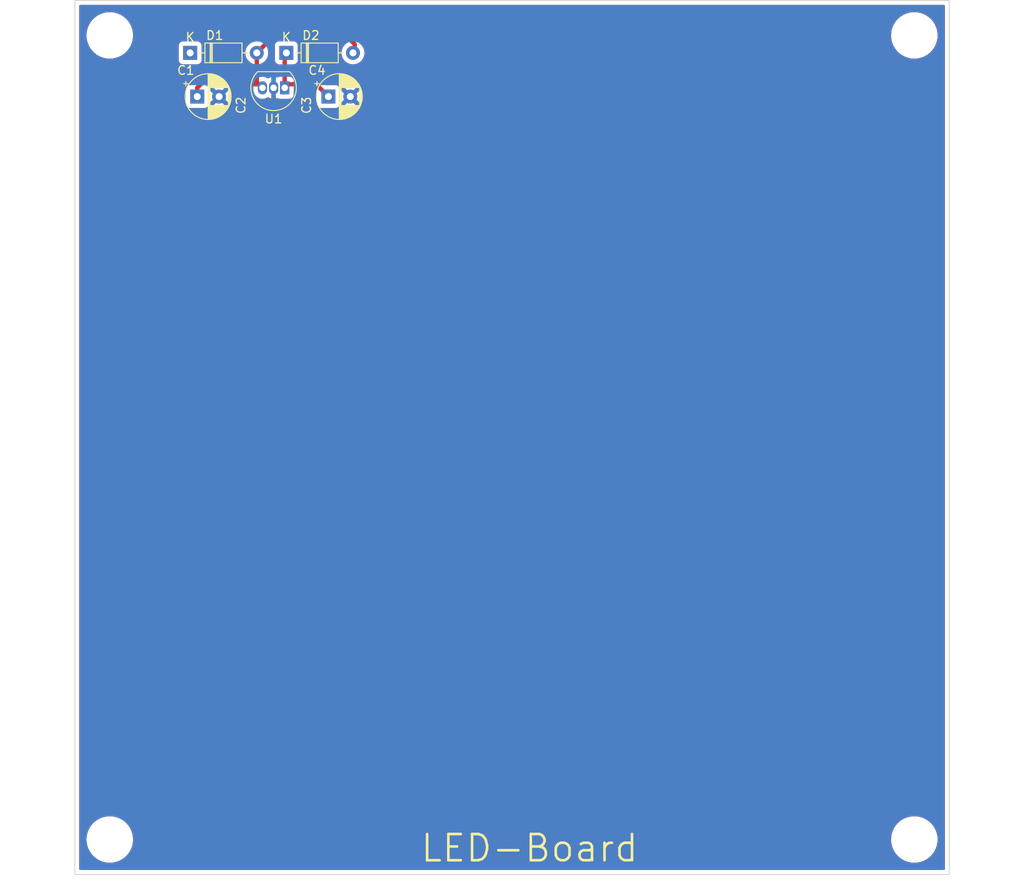
<source format=kicad_pcb>
(kicad_pcb (version 20211014) (generator pcbnew)
  (title_block (title "LED-Board") (date "2022-06-27") (rev "1.1"))
  (layers (0 "F.Cu" signal) (31 "B.Cu" signal) (34 "B.Paste" user) (35 "F.Paste" user) (36 "B.SilkS" user "B.Silkscreen") (37 "F.SilkS" user "F.Silkscreen") (38 "B.Mask" user) (39 "F.Mask" user) (44 "Edge.Cuts" user))
  (net 0 "")
  (net 1 "Net-(C1-Pad1)")
  (net 2 "GND")
  (net 3 "Net-(C3-Pad1)")
  (net 4 "+12V")
  (footprint "Package_TO_SOT_THT:TO-92_Inline" (layer "F.Cu") (at 44 30 180)
    (fp_text reference "U1" (at 1.27 -3.56) (layer "F.SilkS"))
    (fp_text value "L78L05_TO92")
    (fp_line (start -0.53 1.85) (end 3.07 1.85) (layer "F.SilkS") (width 0.12))
    (fp_arc (start 1.27 -2.6) (mid 3.672087 -0.994977) (end 3.108478 1.838478) (layer "F.SilkS") (width 0.12))
    (fp_arc (start -0.568478 1.838478) (mid -1.132087 -0.994977) (end 1.27 -2.6) (layer "F.SilkS") (width 0.12))
    (pad "1" thru_hole rect (at 0 0 180) (size 1.05 1.5) (drill 0.75) (layers *.Cu *.Mask) (net 3 "Net-(C3-Pad1)"))
    (pad "2" thru_hole oval (at 1.27 0 180) (size 1.05 1.5) (drill 0.75) (layers *.Cu *.Mask) (net 2 "GND"))
    (pad "3" thru_hole oval (at 2.54 0 180) (size 1.05 1.5) (drill 0.75) (layers *.Cu *.Mask) (net 1 "Net-(C1-Pad1)"))
  )
  (footprint "Capacitor_THT:CP_Radial_D5.0mm_P2.50mm" (layer "F.Cu") (at 34 31)
    (fp_text reference "C1" (at -1.304775 -3) (layer "F.SilkS"))
    (fp_text value "C")
    (fp_line (start 1.73 -2.536) (end 1.73 -1.04) (layer "F.SilkS") (width 0.12))
    (fp_line (start 1.61 -2.556) (end 1.61 -1.04) (layer "F.SilkS") (width 0.12))
    (fp_line (start 3.531 1.04) (end 3.531 1.251) (layer "F.SilkS") (width 0.12))
    (fp_line (start 2.051 -2.455) (end 2.051 -1.04) (layer "F.SilkS") (width 0.12))
    (fp_line (start 2.571 -2.224) (end 2.571 -1.04) (layer "F.SilkS") (width 0.12))
    (fp_line (start 2.171 1.04) (end 2.171 2.414) (layer "F.SilkS") (width 0.12))
    (fp_line (start 2.251 -2.382) (end 2.251 -1.04) (layer "F.SilkS") (width 0.12))
    (fp_line (start -1.304775 -1.725) (end -1.304775 -1.225) (layer "F.SilkS") (width 0.12))
    (fp_line (start 1.33 -2.579) (end 1.33 2.579) (layer "F.SilkS") (width 0.12))
    (fp_line (start 3.411 -1.443) (end 3.411 -1.04) (layer "F.SilkS") (width 0.12))
    (fp_line (start 1.69 -2.543) (end 1.69 -1.04) (layer "F.SilkS") (width 0.12))
    (fp_line (start 3.251 1.04) (end 3.251 1.653) (layer "F.SilkS") (width 0.12))
    (fp_line (start 1.81 1.04) (end 1.81 2.52) (layer "F.SilkS") (width 0.12))
    (fp_line (start 3.731 -0.805) (end 3.731 0.805) (layer "F.SilkS") (width 0.12))
    (fp_line (start 2.971 -1.937) (end 2.971 -1.04) (layer "F.SilkS") (width 0.12))
    (fp_line (start 2.771 -2.095) (end 2.771 -1.04) (layer "F.SilkS") (width 0.12))
    (fp_line (start 3.451 -1.383) (end 3.451 -1.04) (layer "F.SilkS") (width 0.12))
    (fp_line (start 3.091 1.04) (end 3.091 1.826) (layer "F.SilkS") (width 0.12))
    (fp_line (start 1.89 -2.501) (end 1.89 -1.04) (layer "F.SilkS") (width 0.12))
    (fp_line (start 3.331 1.04) (end 3.331 1.554) (layer "F.SilkS") (width 0.12))
    (fp_line (start 2.451 -2.29) (end 2.451 -1.04) (layer "F.SilkS") (width 0.12))
    (fp_line (start 3.771 -0.677) (end 3.771 0.677) (layer "F.SilkS") (width 0.12))
    (fp_line (start 1.73 1.04) (end 1.73 2.536) (layer "F.SilkS") (width 0.12))
    (fp_line (start 3.251 -1.653) (end 3.251 -1.04) (layer "F.SilkS") (width 0.12))
    (fp_line (start 1.85 1.04) (end 1.85 2.511) (layer "F.SilkS") (width 0.12))
    (fp_line (start 2.211 1.04) (end 2.211 2.398) (layer "F.SilkS") (width 0.12))
    (fp_line (start 3.491 -1.319) (end 3.491 -1.04) (layer "F.SilkS") (width 0.12))
    (fp_line (start 3.131 -1.785) (end 3.131 -1.04) (layer "F.SilkS") (width 0.12))
    (fp_line (start 2.811 1.04) (end 2.811 2.065) (layer "F.SilkS") (width 0.12))
    (fp_line (start 1.49 1.04) (end 1.49 2.569) (layer "F.SilkS") (width 0.12))
    (fp_line (start 1.971 -2.48) (end 1.971 -1.04) (layer "F.SilkS") (width 0.12))
    (fp_line (start 3.451 1.04) (end 3.451 1.383) (layer "F.SilkS") (width 0.12))
    (fp_line (start 3.611 -1.098) (end 3.611 1.098) (layer "F.SilkS") (width 0.12))
    (fp_line (start 3.371 -1.5) (end 3.371 -1.04) (layer "F.SilkS") (width 0.12))
    (fp_line (start 3.571 -1.178) (end 3.571 1.178) (layer "F.SilkS") (width 0.12))
    (fp_line (start 1.971 1.04) (end 1.971 2.48) (layer "F.SilkS") (width 0.12))
    (fp_line (start 1.77 1.04) (end 1.77 2.528) (layer "F.SilkS") (width 0.12))
    (fp_line (start 1.25 -2.58) (end 1.25 2.58) (layer "F.SilkS") (width 0.12))
    (fp_line (start 2.131 -2.428) (end 2.131 -1.04) (layer "F.SilkS") (width 0.12))
    (fp_line (start 1.93 1.04) (end 1.93 2.491) (layer "F.SilkS") (width 0.12))
    (fp_line (start 2.691 -2.149) (end 2.691 -1.04) (layer "F.SilkS") (width 0.12))
    (fp_line (start 1.81 -2.52) (end 1.81 -1.04) (layer "F.SilkS") (width 0.12))
    (fp_line (start 2.251 1.04) (end 2.251 2.382) (layer "F.SilkS") (width 0.12))
    (fp_line (start 2.611 -2.2) (end 2.611 -1.04) (layer "F.SilkS") (width 0.12))
    (fp_line (start 3.131 1.04) (end 3.131 1.785) (layer "F.SilkS") (width 0.12))
    (fp_line (start 2.931 1.04) (end 2.931 1.971) (layer "F.SilkS") (width 0.12))
    (fp_line (start 2.811 -2.065) (end 2.811 -1.04) (layer "F.SilkS") (width 0.12))
    (fp_line (start 1.57 1.04) (end 1.57 2.561) (layer "F.SilkS") (width 0.12))
    (fp_line (start 2.171 -2.414) (end 2.171 -1.04) (layer "F.SilkS") (width 0.12))
    (fp_line (start 2.491 -2.268) (end 2.491 -1.04) (layer "F.SilkS") (width 0.12))
    (fp_line (start 1.49 -2.569) (end 1.49 -1.04) (layer "F.SilkS") (width 0.12))
    (fp_line (start 2.411 1.04) (end 2.411 2.31) (layer "F.SilkS") (width 0.12))
    (fp_line (start 3.811 -0.518) (end 3.811 0.518) (layer "F.SilkS") (width 0.12))
    (fp_line (start 2.731 1.04) (end 2.731 2.122) (layer "F.SilkS") (width 0.12))
    (fp_line (start 3.851 -0.284) (end 3.851 0.284) (layer "F.SilkS") (width 0.12))
    (fp_line (start 3.171 1.04) (end 3.171 1.743) (layer "F.SilkS") (width 0.12))
    (fp_line (start 2.091 1.04) (end 2.091 2.442) (layer "F.SilkS") (width 0.12))
    (fp_line (start 1.37 -2.578) (end 1.37 2.578) (layer "F.SilkS") (width 0.12))
    (fp_line (start -1.554775 -1.475) (end -1.054775 -1.475) (layer "F.SilkS") (width 0.12))
    (fp_line (start 1.29 -2.58) (end 1.29 2.58) (layer "F.SilkS") (width 0.12))
    (fp_line (start 1.69 1.04) (end 1.69 2.543) (layer "F.SilkS") (width 0.12))
    (fp_line (start 3.291 1.04) (end 3.291 1.605) (layer "F.SilkS") (width 0.12))
    (fp_line (start 1.65 -2.55) (end 1.65 -1.04) (layer "F.SilkS") (width 0.12))
    (fp_line (start 3.051 1.04) (end 3.051 1.864) (layer "F.SilkS") (width 0.12))
    (fp_line (start 3.291 -1.605) (end 3.291 -1.04) (layer "F.SilkS") (width 0.12))
    (fp_line (start 2.291 1.04) (end 2.291 2.365) (layer "F.SilkS") (width 0.12))
    (fp_line (start 2.731 -2.122) (end 2.731 -1.04) (layer "F.SilkS") (width 0.12))
    (fp_line (start 2.371 -2.329) (end 2.371 -1.04) (layer "F.SilkS") (width 0.12))
    (fp_line (start 2.371 1.04) (end 2.371 2.329) (layer "F.SilkS") (width 0.12))
    (fp_line (start 3.211 1.04) (end 3.211 1.699) (layer "F.SilkS") (width 0.12))
    (fp_line (start 3.011 1.04) (end 3.011 1.901) (layer "F.SilkS") (width 0.12))
    (fp_line (start 1.85 -2.511) (end 1.85 -1.04) (layer "F.SilkS") (width 0.12))
    (fp_line (start 2.891 1.04) (end 2.891 2.004) (layer "F.SilkS") (width 0.12))
    (fp_line (start 1.41 -2.576) (end 1.41 2.576) (layer "F.SilkS") (width 0.12))
    (fp_line (start 2.291 -2.365) (end 2.291 -1.04) (layer "F.SilkS") (width 0.12))
    (fp_line (start 2.971 1.04) (end 2.971 1.937) (layer "F.SilkS") (width 0.12))
    (fp_line (start 1.53 1.04) (end 1.53 2.565) (layer "F.SilkS") (width 0.12))
    (fp_line (start 3.051 -1.864) (end 3.051 -1.04) (layer "F.SilkS") (width 0.12))
    (fp_line (start 3.331 -1.554) (end 3.331 -1.04) (layer "F.SilkS") (width 0.12))
    (fp_line (start 2.931 -1.971) (end 2.931 -1.04) (layer "F.SilkS") (width 0.12))
    (fp_line (start 2.851 1.04) (end 2.851 2.035) (layer "F.SilkS") (width 0.12))
    (fp_line (start 2.531 -2.247) (end 2.531 -1.04) (layer "F.SilkS") (width 0.12))
    (fp_line (start 2.051 1.04) (end 2.051 2.455) (layer "F.SilkS") (width 0.12))
    (fp_line (start 1.65 1.04) (end 1.65 2.55) (layer "F.SilkS") (width 0.12))
    (fp_line (start 2.011 -2.468) (end 2.011 -1.04) (layer "F.SilkS") (width 0.12))
    (fp_line (start 2.611 1.04) (end 2.611 2.2) (layer "F.SilkS") (width 0.12))
    (fp_line (start 2.091 -2.442) (end 2.091 -1.04) (layer "F.SilkS") (width 0.12))
    (fp_line (start 3.371 1.04) (end 3.371 1.5) (layer "F.SilkS") (width 0.12))
    (fp_line (start 2.491 1.04) (end 2.491 2.268) (layer "F.SilkS") (width 0.12))
    (fp_line (start 2.651 -2.175) (end 2.651 -1.04) (layer "F.SilkS") (width 0.12))
    (fp_line (start 2.331 -2.348) (end 2.331 -1.04) (layer "F.SilkS") (width 0.12))
    (fp_line (start 3.011 -1.901) (end 3.011 -1.04) (layer "F.SilkS") (width 0.12))
    (fp_line (start 2.331 1.04) (end 2.331 2.348) (layer "F.SilkS") (width 0.12))
    (fp_line (start 2.451 1.04) (end 2.451 2.29) (layer "F.SilkS") (width 0.12))
    (fp_line (start 3.171 -1.743) (end 3.171 -1.04) (layer "F.SilkS") (width 0.12))
    (fp_line (start 1.57 -2.561) (end 1.57 -1.04) (layer "F.SilkS") (width 0.12))
    (fp_line (start 3.651 -1.011) (end 3.651 1.011) (layer "F.SilkS") (width 0.12))
    (fp_line (start 3.531 -1.251) (end 3.531 -1.04) (layer "F.SilkS") (width 0.12))
    (fp_line (start 3.491 1.04) (end 3.491 1.319) (layer "F.SilkS") (width 0.12))
    (fp_line (start 2.651 1.04) (end 2.651 2.175) (layer "F.SilkS") (width 0.12))
    (fp_line (start 2.851 -2.035) (end 2.851 -1.04) (layer "F.SilkS") (width 0.12))
    (fp_line (start 3.091 -1.826) (end 3.091 -1.04) (layer "F.SilkS") (width 0.12))
    (fp_line (start 2.691 1.04) (end 2.691 2.149) (layer "F.SilkS") (width 0.12))
    (fp_line (start 1.93 -2.491) (end 1.93 -1.04) (layer "F.SilkS") (width 0.12))
    (fp_line (start 1.61 1.04) (end 1.61 2.556) (layer "F.SilkS") (width 0.12))
    (fp_line (start 1.45 -2.573) (end 1.45 2.573) (layer "F.SilkS") (width 0.12))
    (fp_line (start 1.89 1.04) (end 1.89 2.501) (layer "F.SilkS") (width 0.12))
    (fp_line (start 2.531 1.04) (end 2.531 2.247) (layer "F.SilkS") (width 0.12))
    (fp_line (start 2.211 -2.398) (end 2.211 -1.04) (layer "F.SilkS") (width 0.12))
    (fp_line (start 1.77 -2.528) (end 1.77 -1.04) (layer "F.SilkS") (width 0.12))
    (fp_line (start 3.411 1.04) (end 3.411 1.443) (layer "F.SilkS") (width 0.12))
    (fp_line (start 2.131 1.04) (end 2.131 2.428) (layer "F.SilkS") (width 0.12))
    (fp_line (start 2.011 1.04) (end 2.011 2.468) (layer "F.SilkS") (width 0.12))
    (fp_line (start 2.771 1.04) (end 2.771 2.095) (layer "F.SilkS") (width 0.12))
    (fp_line (start 2.411 -2.31) (end 2.411 -1.04) (layer "F.SilkS") (width 0.12))
    (fp_line (start 2.891 -2.004) (end 2.891 -1.04) (layer "F.SilkS") (width 0.12))
    (fp_line (start 3.691 -0.915) (end 3.691 0.915) (layer "F.SilkS") (width 0.12))
    (fp_line (start 2.571 1.04) (end 2.571 2.224) (layer "F.SilkS") (width 0.12))
    (fp_line (start 3.211 -1.699) (end 3.211 -1.04) (layer "F.SilkS") (width 0.12))
    (fp_line (start 1.53 -2.565) (end 1.53 -1.04) (layer "F.SilkS") (width 0.12))
    (fp_circle (center 1.25 0) (end 3.87 0) (layer "F.SilkS") (width 0.12) (fill none))
    (pad "1" thru_hole rect (at 0 0) (size 1.6 1.6) (drill 0.8) (layers *.Cu *.Mask) (net 1 "Net-(C1-Pad1)"))
    (pad "2" thru_hole circle (at 2.5 0) (size 1.6 1.6) (drill 0.8) (layers *.Cu *.Mask) (net 2 "GND"))
  )
  (footprint "Capacitor_THT:CP_Radial_D5.0mm_P2.50mm" (layer "F.Cu") (at 49 31)
    (fp_text reference "C4" (at -1.304775 -3) (layer "F.SilkS"))
    (fp_text value "C")
    (fp_line (start 1.85 1.04) (end 1.85 2.511) (layer "F.SilkS") (width 0.12))
    (fp_line (start 2.371 1.04) (end 2.371 2.329) (layer "F.SilkS") (width 0.12))
    (fp_line (start 2.811 -2.065) (end 2.811 -1.04) (layer "F.SilkS") (width 0.12))
    (fp_line (start 1.971 1.04) (end 1.971 2.48) (layer "F.SilkS") (width 0.12))
    (fp_line (start 2.371 -2.329) (end 2.371 -1.04) (layer "F.SilkS") (width 0.12))
    (fp_line (start 2.531 1.04) (end 2.531 2.247) (layer "F.SilkS") (width 0.12))
    (fp_line (start 1.69 -2.543) (end 1.69 -1.04) (layer "F.SilkS") (width 0.12))
    (fp_line (start 2.611 1.04) (end 2.611 2.2) (layer "F.SilkS") (width 0.12))
    (fp_line (start 3.371 -1.5) (end 3.371 -1.04) (layer "F.SilkS") (width 0.12))
    (fp_line (start 3.171 1.04) (end 3.171 1.743) (layer "F.SilkS") (width 0.12))
    (fp_line (start 1.45 -2.573) (end 1.45 2.573) (layer "F.SilkS") (width 0.12))
    (fp_line (start 2.491 1.04) (end 2.491 2.268) (layer "F.SilkS") (width 0.12))
    (fp_line (start 2.851 1.04) (end 2.851 2.035) (layer "F.SilkS") (width 0.12))
    (fp_line (start 2.171 1.04) (end 2.171 2.414) (layer "F.SilkS") (width 0.12))
    (fp_line (start 2.931 -1.971) (end 2.931 -1.04) (layer "F.SilkS") (width 0.12))
    (fp_line (start 2.171 -2.414) (end 2.171 -1.04) (layer "F.SilkS") (width 0.12))
    (fp_line (start 1.81 1.04) (end 1.81 2.52) (layer "F.SilkS") (width 0.12))
    (fp_line (start 3.291 1.04) (end 3.291 1.605) (layer "F.SilkS") (width 0.12))
    (fp_line (start 1.85 -2.511) (end 1.85 -1.04) (layer "F.SilkS") (width 0.12))
    (fp_line (start 3.211 1.04) (end 3.211 1.699) (layer "F.SilkS") (width 0.12))
    (fp_line (start 1.53 1.04) (end 1.53 2.565) (layer "F.SilkS") (width 0.12))
    (fp_line (start 2.051 -2.455) (end 2.051 -1.04) (layer "F.SilkS") (width 0.12))
    (fp_line (start 2.691 -2.149) (end 2.691 -1.04) (layer "F.SilkS") (width 0.12))
    (fp_line (start 2.051 1.04) (end 2.051 2.455) (layer "F.SilkS") (width 0.12))
    (fp_line (start 1.89 1.04) (end 1.89 2.501) (layer "F.SilkS") (width 0.12))
    (fp_line (start 3.331 -1.554) (end 3.331 -1.04) (layer "F.SilkS") (width 0.12))
    (fp_line (start 2.251 -2.382) (end 2.251 -1.04) (layer "F.SilkS") (width 0.12))
    (fp_line (start 2.971 1.04) (end 2.971 1.937) (layer "F.SilkS") (width 0.12))
    (fp_line (start 1.73 1.04) (end 1.73 2.536) (layer "F.SilkS") (width 0.12))
    (fp_line (start 3.251 -1.653) (end 3.251 -1.04) (layer "F.SilkS") (width 0.12))
    (fp_line (start 3.531 1.04) (end 3.531 1.251) (layer "F.SilkS") (width 0.12))
    (fp_line (start 1.89 -2.501) (end 1.89 -1.04) (layer "F.SilkS") (width 0.12))
    (fp_line (start 2.211 1.04) (end 2.211 2.398) (layer "F.SilkS") (width 0.12))
    (fp_line (start 1.93 1.04) (end 1.93 2.491) (layer "F.SilkS") (width 0.12))
    (fp_line (start 3.291 -1.605) (end 3.291 -1.04) (layer "F.SilkS") (width 0.12))
    (fp_line (start 1.61 1.04) (end 1.61 2.556) (layer "F.SilkS") (width 0.12))
    (fp_line (start 2.651 1.04) (end 2.651 2.175) (layer "F.SilkS") (width 0.12))
    (fp_line (start 1.73 -2.536) (end 1.73 -1.04) (layer "F.SilkS") (width 0.12))
    (fp_line (start 2.331 -2.348) (end 2.331 -1.04) (layer "F.SilkS") (width 0.12))
    (fp_line (start 2.411 1.04) (end 2.411 2.31) (layer "F.SilkS") (width 0.12))
    (fp_line (start 3.211 -1.699) (end 3.211 -1.04) (layer "F.SilkS") (width 0.12))
    (fp_line (start 1.29 -2.58) (end 1.29 2.58) (layer "F.SilkS") (width 0.12))
    (fp_line (start 2.451 1.04) (end 2.451 2.29) (layer "F.SilkS") (width 0.12))
    (fp_line (start 2.491 -2.268) (end 2.491 -1.04) (layer "F.SilkS") (width 0.12))
    (fp_line (start 3.091 1.04) (end 3.091 1.826) (layer "F.SilkS") (width 0.12))
    (fp_line (start 1.93 -2.491) (end 1.93 -1.04) (layer "F.SilkS") (width 0.12))
    (fp_line (start 2.731 -2.122) (end 2.731 -1.04) (layer "F.SilkS") (width 0.12))
    (fp_line (start 1.49 1.04) (end 1.49 2.569) (layer "F.SilkS") (width 0.12))
    (fp_line (start 1.69 1.04) (end 1.69 2.543) (layer "F.SilkS") (width 0.12))
    (fp_line (start 3.051 1.04) (end 3.051 1.864) (layer "F.SilkS") (width 0.12))
    (fp_line (start 2.451 -2.29) (end 2.451 -1.04) (layer "F.SilkS") (width 0.12))
    (fp_line (start 3.771 -0.677) (end 3.771 0.677) (layer "F.SilkS") (width 0.12))
    (fp_line (start 2.691 1.04) (end 2.691 2.149) (layer "F.SilkS") (width 0.12))
    (fp_line (start 2.571 -2.224) (end 2.571 -1.04) (layer "F.SilkS") (width 0.12))
    (fp_line (start 2.611 -2.2) (end 2.611 -1.04) (layer "F.SilkS") (width 0.12))
    (fp_line (start 2.531 -2.247) (end 2.531 -1.04) (layer "F.SilkS") (width 0.12))
    (fp_line (start 3.731 -0.805) (end 3.731 0.805) (layer "F.SilkS") (width 0.12))
    (fp_line (start 3.531 -1.251) (end 3.531 -1.04) (layer "F.SilkS") (width 0.12))
    (fp_line (start 3.851 -0.284) (end 3.851 0.284) (layer "F.SilkS") (width 0.12))
    (fp_line (start 3.171 -1.743) (end 3.171 -1.04) (layer "F.SilkS") (width 0.12))
    (fp_line (start 3.451 1.04) (end 3.451 1.383) (layer "F.SilkS") (width 0.12))
    (fp_line (start 3.411 1.04) (end 3.411 1.443) (layer "F.SilkS") (width 0.12))
    (fp_line (start 1.81 -2.52) (end 1.81 -1.04) (layer "F.SilkS") (width 0.12))
    (fp_line (start 2.091 -2.442) (end 2.091 -1.04) (layer "F.SilkS") (width 0.12))
    (fp_line (start -1.304775 -1.725) (end -1.304775 -1.225) (layer "F.SilkS") (width 0.12))
    (fp_line (start 3.131 1.04) (end 3.131 1.785) (layer "F.SilkS") (width 0.12))
    (fp_line (start 1.77 1.04) (end 1.77 2.528) (layer "F.SilkS") (width 0.12))
    (fp_line (start 2.091 1.04) (end 2.091 2.442) (layer "F.SilkS") (width 0.12))
    (fp_line (start 1.971 -2.48) (end 1.971 -1.04) (layer "F.SilkS") (width 0.12))
    (fp_line (start 3.651 -1.011) (end 3.651 1.011) (layer "F.SilkS") (width 0.12))
    (fp_line (start 3.011 1.04) (end 3.011 1.901) (layer "F.SilkS") (width 0.12))
    (fp_line (start 1.77 -2.528) (end 1.77 -1.04) (layer "F.SilkS") (width 0.12))
    (fp_line (start 2.011 1.04) (end 2.011 2.468) (layer "F.SilkS") (width 0.12))
    (fp_line (start 3.611 -1.098) (end 3.611 1.098) (layer "F.SilkS") (width 0.12))
    (fp_line (start 2.011 -2.468) (end 2.011 -1.04) (layer "F.SilkS") (width 0.12))
    (fp_line (start 3.491 1.04) (end 3.491 1.319) (layer "F.SilkS") (width 0.12))
    (fp_line (start 1.57 -2.561) (end 1.57 -1.04) (layer "F.SilkS") (width 0.12))
    (fp_line (start 3.011 -1.901) (end 3.011 -1.04) (layer "F.SilkS") (width 0.12))
    (fp_line (start 1.33 -2.579) (end 1.33 2.579) (layer "F.SilkS") (width 0.12))
    (fp_line (start 1.25 -2.58) (end 1.25 2.58) (layer "F.SilkS") (width 0.12))
    (fp_line (start 2.771 -2.095) (end 2.771 -1.04) (layer "F.SilkS") (width 0.12))
    (fp_line (start 1.61 -2.556) (end 1.61 -1.04) (layer "F.SilkS") (width 0.12))
    (fp_line (start 3.131 -1.785) (end 3.131 -1.04) (layer "F.SilkS") (width 0.12))
    (fp_line (start 3.811 -0.518) (end 3.811 0.518) (layer "F.SilkS") (width 0.12))
    (fp_line (start 3.451 -1.383) (end 3.451 -1.04) (layer "F.SilkS") (width 0.12))
    (fp_line (start 1.65 1.04) (end 1.65 2.55) (layer "F.SilkS") (width 0.12))
    (fp_line (start 1.57 1.04) (end 1.57 2.561) (layer "F.SilkS") (width 0.12))
    (fp_line (start 3.051 -1.864) (end 3.051 -1.04) (layer "F.SilkS") (width 0.12))
    (fp_line (start 2.571 1.04) (end 2.571 2.224) (layer "F.SilkS") (width 0.12))
    (fp_line (start 2.411 -2.31) (end 2.411 -1.04) (layer "F.SilkS") (width 0.12))
    (fp_line (start 3.411 -1.443) (end 3.411 -1.04) (layer "F.SilkS") (width 0.12))
    (fp_line (start 1.49 -2.569) (end 1.49 -1.04) (layer "F.SilkS") (width 0.12))
    (fp_line (start 2.891 1.04) (end 2.891 2.004) (layer "F.SilkS") (width 0.12))
    (fp_line (start 2.651 -2.175) (end 2.651 -1.04) (layer "F.SilkS") (width 0.12))
    (fp_line (start 2.851 -2.035) (end 2.851 -1.04) (layer "F.SilkS") (width 0.12))
    (fp_line (start 3.331 1.04) (end 3.331 1.554) (layer "F.SilkS") (width 0.12))
    (fp_line (start 3.571 -1.178) (end 3.571 1.178) (layer "F.SilkS") (width 0.12))
    (fp_line (start 2.291 -2.365) (end 2.291 -1.04) (layer "F.SilkS") (width 0.12))
    (fp_line (start 3.091 -1.826) (end 3.091 -1.04) (layer "F.SilkS") (width 0.12))
    (fp_line (start 2.211 -2.398) (end 2.211 -1.04) (layer "F.SilkS") (width 0.12))
    (fp_line (start 2.811 1.04) (end 2.811 2.065) (layer "F.SilkS") (width 0.12))
    (fp_line (start 3.371 1.04) (end 3.371 1.5) (layer "F.SilkS") (width 0.12))
    (fp_line (start 2.131 1.04) (end 2.131 2.428) (layer "F.SilkS") (width 0.12))
    (fp_line (start 1.41 -2.576) (end 1.41 2.576) (layer "F.SilkS") (width 0.12))
    (fp_line (start 1.65 -2.55) (end 1.65 -1.04) (layer "F.SilkS") (width 0.12))
    (fp_line (start -1.554775 -1.475) (end -1.054775 -1.475) (layer "F.SilkS") (width 0.12))
    (fp_line (start 2.291 1.04) (end 2.291 2.365) (layer "F.SilkS") (width 0.12))
    (fp_line (start 2.891 -2.004) (end 2.891 -1.04) (layer "F.SilkS") (width 0.12))
    (fp_line (start 2.331 1.04) (end 2.331 2.348) (layer "F.SilkS") (width 0.12))
    (fp_line (start 2.771 1.04) (end 2.771 2.095) (layer "F.SilkS") (width 0.12))
    (fp_line (start 2.971 -1.937) (end 2.971 -1.04) (layer "F.SilkS") (width 0.12))
    (fp_line (start 2.931 1.04) (end 2.931 1.971) (layer "F.SilkS") (width 0.12))
    (fp_line (start 1.37 -2.578) (end 1.37 2.578) (layer "F.SilkS") (width 0.12))
    (fp_line (start 2.251 1.04) (end 2.251 2.382) (layer "F.SilkS") (width 0.12))
    (fp_line (start 1.53 -2.565) (end 1.53 -1.04) (layer "F.SilkS") (width 0.12))
    (fp_line (start 3.491 -1.319) (end 3.491 -1.04) (layer "F.SilkS") (width 0.12))
    (fp_line (start 3.251 1.04) (end 3.251 1.653) (layer "F.SilkS") (width 0.12))
    (fp_line (start 3.691 -0.915) (end 3.691 0.915) (layer "F.SilkS") (width 0.12))
    (fp_line (start 2.131 -2.428) (end 2.131 -1.04) (layer "F.SilkS") (width 0.12))
    (fp_line (start 2.731 1.04) (end 2.731 2.122) (layer "F.SilkS") (width 0.12))
    (fp_circle (center 1.25 0) (end 3.87 0) (layer "F.SilkS") (width 0.12) (fill none))
    (pad "1" thru_hole rect (at 0 0) (size 1.6 1.6) (drill 0.8) (layers *.Cu *.Mask) (net 3 "Net-(C3-Pad1)"))
    (pad "2" thru_hole circle (at 2.5 0) (size 1.6 1.6) (drill 0.8) (layers *.Cu *.Mask) (net 2 "GND"))
  )
  (footprint "Capacitor_SMD:C_0201_0603Metric_Pad0.64x0.40mm_HandSolder" (layer "F.Cu") (at 46.5 30 -90)
    (fp_text reference "C3" (at 2 0 90) (layer "F.SilkS"))
    (fp_text value "C_Small")
    (pad "1" smd roundrect (at -0.4075 0 270) (size 0.635 0.4) (layers "F.Cu" "F.Mask") (net 3 "Net-(C3-Pad1)"))
    (pad "2" smd roundrect (at 0.4075 0 270) (size 0.635 0.4) (layers "F.Cu" "F.Mask") (net 2 "GND"))
  )
  (footprint "MountingHole:MountingHole_4.3mm_M4_DIN965" (layer "F.Cu") (at 24 116)
    (fp_text reference "REF**" (at 0 0) (layer "F.SilkS"))
    (fp_text value "MountingHole_4.3mm_M4_DIN965")
    (pad "" np_thru_hole circle (at 0 0) (size 4.3 4.3) (drill 4.3) (layers *.Cu *.Mask))
  )
  (footprint "MountingHole:MountingHole_4.3mm_M4_DIN965" (layer "F.Cu") (at 116 24)
    (fp_text reference "REF**" (at 0 0) (layer "F.SilkS"))
    (fp_text value "MountingHole_4.3mm_M4_DIN965")
    (pad "" np_thru_hole circle (at 0 0) (size 4.3 4.3) (drill 4.3) (layers *.Cu *.Mask))
  )
  (footprint "Capacitor_SMD:C_0201_0603Metric_Pad0.64x0.40mm_HandSolder" (layer "F.Cu") (at 39 30 -90)
    (fp_text reference "C2" (at 2 0 90) (layer "F.SilkS"))
    (fp_text value "C_Small")
    (pad "1" smd roundrect (at -0.4075 0 270) (size 0.635 0.4) (layers "F.Cu" "F.Mask") (net 1 "Net-(C1-Pad1)"))
    (pad "2" smd roundrect (at 0.4075 0 270) (size 0.635 0.4) (layers "F.Cu" "F.Mask") (net 2 "GND"))
  )
  (footprint "Diode_THT:D_DO-35_SOD27_P7.62mm_Horizontal" (layer "F.Cu") (at 44.19 26)
    (fp_text reference "D2" (at 2.81 -2) (layer "F.SilkS"))
    (fp_text value "DIODE")
    (fp_text user "K" (at 0 -1.8) (layer "F.SilkS"))
    (fp_line (start 1.04 0) (end 1.69 0) (layer "F.SilkS") (width 0.12))
    (fp_line (start 2.53 -1.12) (end 2.53 1.12) (layer "F.SilkS") (width 0.12))
    (fp_line (start 1.69 -1.12) (end 1.69 1.12) (layer "F.SilkS") (width 0.12))
    (fp_line (start 2.29 -1.12) (end 2.29 1.12) (layer "F.SilkS") (width 0.12))
    (fp_line (start 5.93 1.12) (end 5.93 -1.12) (layer "F.SilkS") (width 0.12))
    (fp_line (start 6.58 0) (end 5.93 0) (layer "F.SilkS") (width 0.12))
    (fp_line (start 1.69 1.12) (end 5.93 1.12) (layer "F.SilkS") (width 0.12))
    (fp_line (start 2.41 -1.12) (end 2.41 1.12) (layer "F.SilkS") (width 0.12))
    (fp_line (start 5.93 -1.12) (end 1.69 -1.12) (layer "F.SilkS") (width 0.12))
    (pad "1" thru_hole rect (at 0 0) (size 1.6 1.6) (drill 0.8) (layers *.Cu *.Mask) (net 3 "Net-(C3-Pad1)"))
    (pad "2" thru_hole oval (at 7.62 0) (size 1.6 1.6) (drill 0.8) (layers *.Cu *.Mask) (net 1 "Net-(C1-Pad1)"))
  )
  (footprint "MountingHole:MountingHole_4.3mm_M4_DIN965" (layer "F.Cu") (at 24 24)
    (fp_text reference "REF**" (at 0 0) (layer "F.SilkS"))
    (fp_text value "MountingHole_4.3mm_M4_DIN965")
    (pad "" np_thru_hole circle (at 0 0) (size 4.3 4.3) (drill 4.3) (layers *.Cu *.Mask))
  )
  (footprint "MountingHole:MountingHole_4.3mm_M4_DIN965" (layer "F.Cu") (at 116 116)
    (fp_text reference "REF**" (at 0 0) (layer "F.SilkS"))
    (fp_text value "MountingHole_4.3mm_M4_DIN965")
    (pad "" np_thru_hole circle (at 0 0) (size 4.3 4.3) (drill 4.3) (layers *.Cu *.Mask))
  )
  (footprint "Diode_THT:D_DO-35_SOD27_P7.62mm_Horizontal" (layer "F.Cu") (at 33.19 26)
    (fp_text reference "D1" (at 2.81 -2) (layer "F.SilkS"))
    (fp_text value "DIODE")
    (fp_text user "K" (at 0 -1.8) (layer "F.SilkS"))
    (fp_line (start 2.29 -1.12) (end 2.29 1.12) (layer "F.SilkS") (width 0.12))
    (fp_line (start 1.69 1.12) (end 5.93 1.12) (layer "F.SilkS") (width 0.12))
    (fp_line (start 5.93 -1.12) (end 1.69 -1.12) (layer "F.SilkS") (width 0.12))
    (fp_line (start 1.04 0) (end 1.69 0) (layer "F.SilkS") (width 0.12))
    (fp_line (start 1.69 -1.12) (end 1.69 1.12) (layer "F.SilkS") (width 0.12))
    (fp_line (start 6.58 0) (end 5.93 0) (layer "F.SilkS") (width 0.12))
    (fp_line (start 2.41 -1.12) (end 2.41 1.12) (layer "F.SilkS") (width 0.12))
    (fp_line (start 2.53 -1.12) (end 2.53 1.12) (layer "F.SilkS") (width 0.12))
    (fp_line (start 5.93 1.12) (end 5.93 -1.12) (layer "F.SilkS") (width 0.12))
    (pad "1" thru_hole rect (at 0 0) (size 1.6 1.6) (drill 0.8) (layers *.Cu *.Mask) (net 4 "+12V"))
    (pad "2" thru_hole oval (at 7.62 0) (size 1.6 1.6) (drill 0.8) (layers *.Cu *.Mask) (net 1 "Net-(C1-Pad1)"))
  )
  (gr_line (start 120 20) (end 120 120) (layer "Edge.Cuts") (width 0.1))
  (gr_line (start 20 120) (end 20 20) (layer "Edge.Cuts") (width 0.1))
  (gr_line (start 120 120) (end 20 120) (layer "Edge.Cuts") (width 0.1))
  (gr_line (start 20 20) (end 120 20) (layer "Edge.Cuts") (width 0.1))
  (gr_text "LED-Board" (at 72 117) (layer "F.SilkS") (effects (font (size 3 3) (thickness 0.3))))
  (segment (start 42.81 24) (end 51 24) (width 0.5) (layer "F.Cu") (net 1))
  (segment (start 38.4075 29) (end 39 29.5925) (width 0.5) (layer "F.Cu") (net 1))
  (segment (start 51 24) (end 52 25) (width 0.5) (layer "F.Cu") (net 1))
  (segment (start 52 25.81) (end 51.81 26) (width 0.5) (layer "F.Cu") (net 1))
  (segment (start 40.81 26) (end 42.81 24) (width 0.5) (layer "F.Cu") (net 1))
  (segment (start 41.0525 29.5925) (end 41.46 30) (width 0.5) (layer "F.Cu") (net 1))
  (segment (start 34 31) (end 34 30) (width 0.5) (layer "F.Cu") (net 1))
  (segment (start 52 25) (end 52 25.81) (width 0.5) (layer "F.Cu") (net 1))
  (segment (start 40.81 26) (end 40.81 29.35) (width 0.5) (layer "F.Cu") (net 1))
  (segment (start 35 29) (end 38.4075 29) (width 0.5) (layer "F.Cu") (net 1))
  (segment (start 40.81 29.35) (end 41.46 30) (width 0.5) (layer "F.Cu") (net 1))
  (segment (start 34 30) (end 35 29) (width 0.5) (layer "F.Cu") (net 1))
  (segment (start 39 29.5925) (end 41.0525 29.5925) (width 0.5) (layer "F.Cu") (net 1))
  (segment (start 52 25.81) (end 51.81 26) (width 0.5) (layer "B.Cu") (net 1))
  (segment (start 44 30) (end 44.4075 29.5925) (width 0.5) (layer "F.Cu") (net 3))
  (segment (start 47.5925 29.5925) (end 49 31) (width 0.5) (layer "F.Cu") (net 3))
  (segment (start 46.5 29.5925) (end 47.5925 29.5925) (width 0.5) (layer "F.Cu") (net 3))
  (segment (start 44 30) (end 44 26.19) (width 0.5) (layer "F.Cu") (net 3))
  (segment (start 44 26.19) (end 44.19 26) (width 0.5) (layer "F.Cu") (net 3))
  (segment (start 44.4075 29.5925) (end 46.5 29.5925) (width 0.5) (layer "F.Cu") (net 3))
  (segment (start 44.19 29.81) (end 44 30) (width 0.5) (layer "B.Cu") (net 3))
  (zone (net 2) (net_name "GND") (layers F&B.Cu) (connect_pads (clearance 0.508)) (min_thickness 0.254) (fill yes (thermal_gap 0.508) (thermal_bridge_width 0.508))
    (polygon (pts (xy 120 120) (xy 20 120) (xy 20 20) (xy 120 20)))
  )
)
</source>
